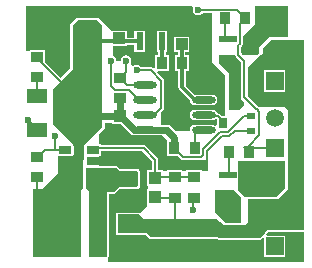
<source format=gtl>
%FSAX44Y44*%
%MOMM*%
G71*
G01*
G75*
G04 Layer_Physical_Order=1*
G04 Layer_Color=255*
%ADD10R,0.9000X1.0000*%
%ADD11R,1.5000X0.6000*%
%ADD12R,1.0000X0.9000*%
%ADD13R,1.1000X0.6500*%
%ADD14R,1.0000X1.0000*%
%ADD15R,1.0000X1.0000*%
%ADD16R,0.6000X1.5000*%
%ADD17R,1.5000X1.3000*%
G04:AMPARAMS|DCode=18|XSize=1.32mm|YSize=1.68mm|CornerRadius=0.066mm|HoleSize=0mm|Usage=FLASHONLY|Rotation=90.000|XOffset=0mm|YOffset=0mm|HoleType=Round|Shape=RoundedRectangle|*
%AMROUNDEDRECTD18*
21,1,1.3200,1.5480,0,0,90.0*
21,1,1.1880,1.6800,0,0,90.0*
1,1,0.1320,0.7740,0.5940*
1,1,0.1320,0.7740,-0.5940*
1,1,0.1320,-0.7740,-0.5940*
1,1,0.1320,-0.7740,0.5940*
%
%ADD18ROUNDEDRECTD18*%
%ADD19R,1.8000X1.3000*%
G04:AMPARAMS|DCode=20|XSize=1.6mm|YSize=5.7mm|CornerRadius=0.08mm|HoleSize=0mm|Usage=FLASHONLY|Rotation=0.000|XOffset=0mm|YOffset=0mm|HoleType=Round|Shape=RoundedRectangle|*
%AMROUNDEDRECTD20*
21,1,1.6000,5.5400,0,0,0.0*
21,1,1.4400,5.7000,0,0,0.0*
1,1,0.1600,0.7200,-2.7700*
1,1,0.1600,-0.7200,-2.7700*
1,1,0.1600,-0.7200,2.7700*
1,1,0.1600,0.7200,2.7700*
%
%ADD20ROUNDEDRECTD20*%
%ADD21O,2.0000X0.6000*%
%ADD22R,1.3000X1.5000*%
%ADD23R,0.7000X0.6000*%
%ADD24R,0.7000X0.9000*%
%ADD25C,0.2000*%
%ADD26C,1.0000*%
%ADD27C,0.8000*%
%ADD28C,0.3000*%
%ADD29C,0.6000*%
%ADD30C,1.5000*%
%ADD31R,1.5000X1.5000*%
%ADD32R,1.5000X1.5000*%
%ADD33C,0.6000*%
G36*
X01520076Y00552284D02*
Y00544244D01*
X01516126D01*
Y00531196D01*
X01517000D01*
Y00528244D01*
X01516126D01*
Y00515196D01*
X01516126D01*
X01516126Y00514126D01*
X01510099Y00508099D01*
X01509595Y00508436D01*
X01509000Y00508554D01*
X01491000D01*
X01490405Y00508436D01*
X01489901Y00508099D01*
X01489564Y00507595D01*
X01489446Y00507000D01*
Y00491000D01*
X01489564Y00490405D01*
X01489901Y00489901D01*
X01490405Y00489565D01*
X01491000Y00489446D01*
X01503799D01*
X01504000Y00489420D01*
X01514580D01*
X01515000Y00489000D01*
X01518000Y00486000D01*
X01575802D01*
X01575901Y00485901D01*
X01576405Y00485564D01*
X01577000Y00485446D01*
X01611000D01*
X01611595Y00485564D01*
X01612099Y00485901D01*
X01613568Y00487371D01*
X01614976Y00486787D01*
Y00470976D01*
X01633024D01*
Y00489024D01*
X01617213D01*
X01616629Y00490432D01*
X01618644Y00492446D01*
X01649000D01*
Y00467000D01*
X01483000D01*
Y00470811D01*
X01483389Y00471393D01*
X01483569Y00472300D01*
Y00524446D01*
X01488000D01*
X01488595Y00524564D01*
X01488847Y00524733D01*
X01489099Y00524901D01*
X01493031Y00528833D01*
X01507740D01*
X01508579Y00529000D01*
X01509000D01*
Y00529275D01*
X01509315Y00529485D01*
X01509797Y00530208D01*
X01509967Y00531060D01*
Y00542940D01*
X01509797Y00543792D01*
X01509315Y00544515D01*
X01509000Y00544725D01*
Y00545000D01*
X01508578D01*
X01507740Y00545167D01*
X01493031D01*
X01491099Y00547099D01*
X01490595Y00547436D01*
X01490000Y00547554D01*
X01475000D01*
Y00549000D01*
Y00556726D01*
X01477024D01*
Y00560426D01*
X01511934D01*
X01520076Y00552284D01*
D02*
G37*
G36*
X01633000Y00547000D02*
Y00529000D01*
X01626000Y00522000D01*
X01599000D01*
X01593000Y00528000D01*
Y00535000D01*
Y00552000D01*
X01633000D01*
Y00547000D01*
D02*
G37*
G36*
X01493000Y00543000D02*
X01493000D01*
Y00531000D01*
X01488000Y00526000D01*
X01467000D01*
X01464000Y00529000D01*
Y00546000D01*
X01490000D01*
X01493000Y00543000D01*
D02*
G37*
G36*
X01478000Y00667000D02*
Y00621000D01*
Y00581000D01*
X01467000Y00570000D01*
X01463274Y00566274D01*
X01462976D01*
Y00565976D01*
X01462000Y00565000D01*
Y00529000D01*
X01460000Y00527000D01*
Y00471000D01*
X01428000D01*
X01427000Y00472000D01*
Y00527000D01*
X01426000Y00528000D01*
X01440000Y00542000D01*
Y00556000D01*
X01452000D01*
X01452726Y00556726D01*
X01453024D01*
Y00557024D01*
X01454000Y00558000D01*
Y00565000D01*
X01453024Y00565976D01*
Y00566274D01*
X01452726D01*
X01436000Y00583000D01*
Y00613000D01*
X01449000Y00626000D01*
X01453000Y00630000D01*
Y00638000D01*
Y00667000D01*
X01457917Y00671917D01*
X01473083D01*
X01478000Y00667000D01*
D02*
G37*
G36*
X01649000Y00494000D02*
X01618000D01*
X01617545Y00493545D01*
X01615531Y00491531D01*
X01611108Y00487108D01*
X01610988Y00487028D01*
X01610847Y00487000D01*
X01577153D01*
X01577012Y00487028D01*
X01576892Y00487108D01*
X01576000Y00488000D01*
X01519000D01*
X01516000Y00491000D01*
X01491153D01*
X01491025Y00491025D01*
X01491000Y00491153D01*
Y00506847D01*
X01491025Y00506975D01*
X01491153Y00507000D01*
X01508847D01*
X01508988Y00506972D01*
X01509108Y00506892D01*
X01513000Y00503000D01*
X01575000D01*
X01580000Y00498000D01*
X01599000D01*
X01601000Y00500000D01*
Y00520000D01*
X01627000D01*
X01635000Y00528000D01*
Y00595000D01*
X01632000Y00598000D01*
X01610131D01*
X01609736Y00598264D01*
X01601000Y00607000D01*
Y00631000D01*
X01611656Y00641656D01*
X01612174D01*
Y00642174D01*
X01614000Y00644000D01*
Y00648000D01*
X01621000Y00655000D01*
X01649000D01*
Y00494000D01*
D02*
G37*
G36*
X01595000Y00522000D02*
Y00500000D01*
X01582000D01*
X01573000Y00509000D01*
Y00528000D01*
X01589000D01*
X01595000Y00522000D01*
D02*
G37*
G36*
X01590748Y00641150D02*
X01591306Y00640315D01*
X01595427Y00636195D01*
Y00606000D01*
X01595622Y00605015D01*
X01596180Y00604180D01*
X01598000Y00602361D01*
Y00599000D01*
X01594000Y00595000D01*
X01585000D01*
Y00627000D01*
X01577000Y00635000D01*
Y00642000D01*
X01590579D01*
X01590748Y00641150D01*
D02*
G37*
G36*
X01635000Y00657000D02*
X01619000D01*
Y00657000D01*
X01611000Y00649000D01*
Y00644000D01*
X01609000Y00642000D01*
X01596900D01*
X01596000Y00642900D01*
Y00649824D01*
X01596552Y00650650D01*
X01596747Y00651635D01*
Y00657747D01*
X01607000Y00668000D01*
Y00683000D01*
X01635000D01*
Y00657000D01*
D02*
G37*
G36*
X01486476Y00583476D02*
X01493399D01*
X01501716Y00575158D01*
X01501716D01*
X01501716Y00575158D01*
X01501716D01*
X01501716Y00575158D01*
Y00575158D01*
X01501716Y00575158D01*
Y00575158D01*
X01502094Y00574906D01*
X01503000Y00574000D01*
X01504010D01*
X01504978Y00573807D01*
X01528193D01*
X01532976Y00569024D01*
Y00556476D01*
X01533000D01*
Y00556000D01*
X01542000D01*
X01545000Y00553000D01*
X01546034D01*
X01546524Y00552902D01*
X01561545D01*
X01562036Y00553000D01*
X01566495D01*
X01566548Y00552947D01*
X01567000Y00552495D01*
Y00544000D01*
X01562194D01*
Y00544244D01*
X01549146D01*
Y00544000D01*
X01545684D01*
Y00544244D01*
X01532636D01*
Y00544000D01*
X01529174D01*
Y00544244D01*
X01525223D01*
Y00553350D01*
X01525027Y00554335D01*
X01524470Y00555170D01*
X01514820Y00564820D01*
X01513985Y00565378D01*
X01513000Y00565573D01*
X01477024D01*
Y00566274D01*
X01475000D01*
Y00575000D01*
X01480000Y00580000D01*
Y00584000D01*
X01486476D01*
Y00583476D01*
D02*
G37*
G36*
X01554738Y00681765D02*
X01554387Y00680000D01*
X01554738Y00678235D01*
X01555738Y00676738D01*
X01557235Y00675739D01*
X01559000Y00675387D01*
X01560765Y00675739D01*
X01562262Y00676738D01*
X01562971Y00677801D01*
X01571000D01*
Y00636000D01*
X01582000Y00625000D01*
Y00590024D01*
X01579615D01*
X01577844Y00591796D01*
X01577009Y00592354D01*
X01576024Y00592549D01*
X01575008D01*
X01574942Y00592885D01*
X01573942Y00594382D01*
X01572445Y00595382D01*
X01570680Y00595733D01*
X01556680D01*
X01554915Y00595382D01*
X01553418Y00594382D01*
X01552419Y00592885D01*
X01552067Y00591120D01*
X01552419Y00589355D01*
X01553418Y00587858D01*
X01554915Y00586858D01*
X01556680Y00586507D01*
X01570680D01*
X01572445Y00586858D01*
X01573259Y00587402D01*
X01574958D01*
X01574976Y00587385D01*
Y00582607D01*
X01573632Y00581889D01*
X01572445Y00582682D01*
X01570680Y00583033D01*
X01556680D01*
X01554915Y00582682D01*
X01553418Y00581682D01*
X01552419Y00580185D01*
X01552067Y00578420D01*
X01551723Y00578000D01*
X01539523D01*
X01535842Y00581682D01*
X01534345Y00582682D01*
X01532580Y00583033D01*
X01528000D01*
Y00593361D01*
X01529820Y00595180D01*
X01530378Y00596015D01*
X01530573Y00597000D01*
Y00620000D01*
X01530378Y00620985D01*
X01529820Y00621820D01*
X01524571Y00627068D01*
X01525155Y00628476D01*
X01534524D01*
Y00641524D01*
X01531583D01*
Y00644476D01*
X01533024D01*
Y00662524D01*
X01523976D01*
Y00644476D01*
X01525417D01*
Y00641524D01*
X01522476D01*
Y00631155D01*
X01521068Y00630571D01*
X01520820Y00630820D01*
X01519985Y00631378D01*
X01519000Y00631573D01*
X01510721D01*
X01510262Y00632262D01*
X01508765Y00633261D01*
X01507000Y00633613D01*
X01505235Y00633261D01*
X01503738Y00632262D01*
X01501662Y00634338D01*
X01502262Y00635235D01*
X01502613Y00637000D01*
X01502262Y00638765D01*
X01501262Y00640262D01*
X01499765Y00641262D01*
X01498000Y00641613D01*
X01496235Y00641262D01*
X01494738Y00640262D01*
X01493739Y00638765D01*
X01493387Y00637000D01*
X01489613D01*
X01489261Y00638765D01*
X01488262Y00640262D01*
X01487000Y00641105D01*
Y00649476D01*
X01498524D01*
Y00650417D01*
X01504976D01*
Y00644476D01*
X01514024D01*
Y00662524D01*
X01504976D01*
Y00656583D01*
X01498524D01*
Y00662524D01*
X01485476D01*
X01474000Y00674000D01*
X01457000D01*
X01451000Y00668000D01*
Y00631000D01*
X01442820Y00622820D01*
X01429524Y00636115D01*
Y00646524D01*
X01416476D01*
Y00645000D01*
X01413000D01*
Y00683000D01*
X01554079D01*
X01554738Y00681765D01*
D02*
G37*
%LPC*%
G36*
X01633024Y00629024D02*
X01614976D01*
Y00610976D01*
X01633024D01*
Y00629024D01*
D02*
G37*
G36*
X01551524Y00657524D02*
X01538476D01*
Y00644476D01*
X01541917D01*
Y00641524D01*
X01539476D01*
Y00628476D01*
X01542417D01*
Y00614500D01*
X01542417Y00614500D01*
X01542651Y00613320D01*
X01543320Y00612320D01*
X01552129Y00603511D01*
X01552419Y00602055D01*
X01553418Y00600558D01*
X01554915Y00599558D01*
X01556680Y00599207D01*
X01570680D01*
X01572445Y00599558D01*
X01573942Y00600558D01*
X01574942Y00602055D01*
X01575293Y00603820D01*
X01574942Y00605585D01*
X01573942Y00607082D01*
X01572445Y00608082D01*
X01570680Y00608433D01*
X01556680D01*
X01556053Y00608308D01*
X01548583Y00615777D01*
Y00628476D01*
X01551524D01*
Y00641524D01*
X01548083D01*
Y00644476D01*
X01551524D01*
Y00657524D01*
D02*
G37*
%LPD*%
D10*
X01601930Y00560200D02*
D03*
X01584930D02*
D03*
X01599150Y00672850D02*
D03*
X01582150D02*
D03*
X01545500Y00635000D02*
D03*
X01528500D02*
D03*
X01556000Y00563000D02*
D03*
X01539000D02*
D03*
D11*
X01602930Y00530990D02*
D03*
X01583930Y00521490D02*
D03*
Y00540490D02*
D03*
X01603150Y00646180D02*
D03*
X01584150Y00636680D02*
D03*
Y00655680D02*
D03*
D12*
X01423000Y00538500D02*
D03*
Y00555500D02*
D03*
X01555670Y00521220D02*
D03*
Y00538220D02*
D03*
X01539160Y00538220D02*
D03*
Y00521220D02*
D03*
X01493000Y00622500D02*
D03*
Y00605500D02*
D03*
X01423000Y00623500D02*
D03*
Y00640500D02*
D03*
D13*
X01470000Y00542500D02*
D03*
Y00552000D02*
D03*
Y00561500D02*
D03*
X01446000D02*
D03*
Y00542500D02*
D03*
D14*
X01522650Y00521720D02*
D03*
Y00537720D02*
D03*
X01492000Y00656000D02*
D03*
Y00672000D02*
D03*
X01545000Y00651000D02*
D03*
Y00667000D02*
D03*
X01571000Y00496000D02*
D03*
Y00480000D02*
D03*
X01493000Y00590000D02*
D03*
Y00574000D02*
D03*
D15*
X01606000Y00620000D02*
D03*
X01590000D02*
D03*
X01606000Y00505000D02*
D03*
X01590000D02*
D03*
D16*
X01519000Y00672500D02*
D03*
X01528500Y00653500D02*
D03*
X01509500D02*
D03*
D17*
X01551000Y00496500D02*
D03*
Y00479500D02*
D03*
X01528000Y00496500D02*
D03*
Y00479500D02*
D03*
D18*
X01500000Y00537000D02*
D03*
Y00500000D02*
D03*
D19*
X01423000Y00607500D02*
D03*
Y00578500D02*
D03*
D20*
X01427000Y00500000D02*
D03*
X01474000D02*
D03*
D21*
X01563680Y00578420D02*
D03*
Y00591120D02*
D03*
Y00603820D02*
D03*
Y00616520D02*
D03*
X01513680Y00578420D02*
D03*
Y00591120D02*
D03*
Y00603820D02*
D03*
Y00616520D02*
D03*
D22*
X01459500Y00638000D02*
D03*
X01442500D02*
D03*
D23*
X01604000Y00577500D02*
D03*
Y00590500D02*
D03*
D24*
X01580000Y00584000D02*
D03*
D25*
X01513680Y00591120D02*
X01522120D01*
X01528000Y00597000D01*
X01556000Y00563000D02*
Y00578000D01*
X01523150Y00521220D02*
X01539160D01*
Y00496160D02*
Y00521220D01*
X01522650Y00537720D02*
Y00553350D01*
X01513000Y00563000D02*
X01522650Y00553350D01*
X01471500Y00563000D02*
X01513000D01*
X01523150Y00538220D02*
X01555670D01*
X01498980Y00616520D02*
X01513680D01*
X01493000Y00622500D02*
X01498980Y00616520D01*
X01582150Y00657680D02*
Y00672850D01*
X01584930Y00541490D02*
Y00560200D01*
X01604730Y00563000D02*
X01624000D01*
X01598000Y00564130D02*
X01601930Y00560200D01*
X01593126Y00642134D02*
X01598000Y00637261D01*
X01593126Y00642134D02*
Y00650586D01*
X01594174Y00651635D01*
Y00667874D01*
X01599150Y00672850D01*
X01591626Y00680374D02*
X01599150Y00672850D01*
X01559374Y00680374D02*
X01591626D01*
X01559000Y00680000D02*
X01559374Y00680374D01*
X01498000Y00627500D02*
Y00637000D01*
X01493000Y00622500D02*
X01498000Y00627500D01*
X01509228Y00603820D02*
X01513680D01*
X01500524Y00612524D02*
X01509228Y00603820D01*
X01488476Y00612524D02*
X01500524D01*
X01485000Y00616000D02*
X01488476Y00612524D01*
X01485000Y00616000D02*
Y00637000D01*
X01555000Y00511000D02*
Y00520550D01*
X01563680Y00591120D02*
X01564824Y00589976D01*
X01423000Y00607500D02*
Y00623500D01*
Y00639000D02*
Y00640500D01*
Y00639000D02*
X01445000Y00617000D01*
X01415000Y00586500D02*
X01423000Y00578500D01*
X01507000Y00629000D02*
X01519000D01*
X01564824Y00589976D02*
X01576024D01*
X01598000Y00606000D02*
Y00637261D01*
X01539000Y00563000D02*
X01546524Y00555476D01*
X01601930Y00560200D02*
X01604548Y00562818D01*
X01576024Y00589976D02*
X01580000Y00586000D01*
X01601930Y00560200D02*
Y00564930D01*
X01611000Y00574000D01*
X01607976Y00596024D02*
X01608546D01*
X01611000Y00574000D02*
Y00593569D01*
X01608546Y00596024D02*
X01611000Y00593569D01*
X01598000Y00606000D02*
X01607976Y00596024D01*
X01598069Y00590500D02*
X01604000D01*
X01561545Y00555476D02*
X01563024Y00556954D01*
X01546524Y00555476D02*
X01561545D01*
X01590053Y00577500D02*
X01604000D01*
X01562997Y00549396D02*
X01566548Y00552947D01*
X01562997Y00548999D02*
Y00549396D01*
X01566548Y00552947D02*
Y00560548D01*
X01579000Y00573000D01*
X01585553D01*
X01590053Y00577500D01*
X01584093Y00576524D02*
X01598069Y00590500D01*
X01563024Y00556954D02*
Y00562008D01*
X01577540Y00576524D01*
X01584093D01*
X01528000Y00597000D02*
Y00620000D01*
X01519000Y00629000D02*
X01528000Y00620000D01*
X01438000Y00561500D02*
Y00573000D01*
Y00561500D02*
X01446000D01*
X01429000D02*
X01438000D01*
X01423000Y00555500D02*
X01429000Y00561500D01*
X01423000Y00504000D02*
Y00538500D01*
D26*
X01439000Y00664000D02*
X01442500Y00660500D01*
Y00638000D02*
Y00660500D01*
X01459500Y00659100D02*
X01464400Y00664000D01*
X01459500Y00638000D02*
Y00659100D01*
X01458000Y00636500D02*
X01459500Y00638000D01*
X01458000Y00567476D02*
Y00636500D01*
X01606000Y00627400D02*
X01624000Y00645400D01*
X01606000Y00620000D02*
Y00627400D01*
X01606400Y00505400D02*
X01624000D01*
X01603120Y00530800D02*
X01624000D01*
X01603150Y00649950D02*
X01624000Y00670800D01*
X01603150Y00648000D02*
Y00649950D01*
X01590000Y00620000D02*
Y00630830D01*
X01584150Y00636680D02*
X01590000Y00630830D01*
Y00505000D02*
Y00515420D01*
X01583930Y00521490D02*
X01590000Y00515420D01*
X01571000Y00496000D02*
X01575000D01*
X01578000Y00493000D01*
X01601000D01*
X01606400Y00498400D01*
Y00505400D01*
X01500000Y00500000D02*
X01504000Y00496000D01*
X01474000Y00500000D02*
Y00537000D01*
X01470000Y00541000D02*
X01474000Y00537000D01*
X01474000Y00537000D02*
X01500000D01*
X01504000Y00496000D02*
X01571000D01*
X01482000Y00573000D02*
X01492000D01*
X01579000Y00510000D02*
X01584000Y00505000D01*
X01590000D01*
X01590000Y00609000D02*
Y00620000D01*
X01624000Y00505400D02*
X01643000Y00524400D01*
Y00626400D01*
X01624000Y00645400D02*
X01643000Y00626400D01*
X01571000Y00480000D02*
X01585000D01*
X01511000D02*
X01571000D01*
D27*
X01458000Y00554500D02*
Y00567476D01*
X01446000Y00542500D02*
X01458000Y00554500D01*
X01427000Y00523500D02*
X01446000Y00542500D01*
D28*
X01464400Y00664000D02*
X01474900Y00653500D01*
X01509500D01*
X01519000Y00672500D02*
X01539500D01*
X01545000Y00667000D01*
X01528500Y00635000D02*
Y00653500D01*
X01545000Y00635500D02*
Y00651000D01*
X01439000Y00664000D02*
X01450000Y00675000D01*
X01516500D01*
X01519000Y00672500D01*
X01545000Y00665277D02*
Y00667000D01*
X01536976Y00657253D02*
X01545000Y00665277D01*
X01536976Y00644723D02*
Y00657253D01*
Y00644723D02*
X01537000Y00644699D01*
Y00609996D02*
X01549997Y00596999D01*
X01537000Y00609996D02*
Y00644699D01*
X01545000Y00667000D02*
X01555000Y00657000D01*
Y00618000D02*
Y00657000D01*
X01545500Y00614500D02*
Y00635000D01*
Y00614500D02*
X01556180Y00603820D01*
X01563680D01*
D29*
X01513680Y00578420D02*
X01532580D01*
X01493000Y00590000D02*
X01493398D01*
X01504978Y00578420D01*
X01513680D01*
X01493000Y00590000D02*
Y00605500D01*
X01459000Y00590000D02*
X01493000D01*
X01470000Y00552000D02*
X01480000D01*
X01481000Y00551000D01*
X01532580Y00578420D02*
X01539000Y00572000D01*
Y00563000D02*
Y00572000D01*
X01563680Y00616520D02*
Y00624680D01*
Y00631680D01*
D30*
X01624000Y00670800D02*
D03*
Y00645400D02*
D03*
Y00588400D02*
D03*
Y00530800D02*
D03*
Y00505400D02*
D03*
X01464400Y00664000D02*
D03*
D31*
X01624000Y00620000D02*
D03*
Y00563000D02*
D03*
Y00480000D02*
D03*
D32*
X01439000Y00664000D02*
D03*
D33*
X01482000Y00573000D02*
D03*
X01481000Y00551000D02*
D03*
X01491000D02*
D03*
X01501000D02*
D03*
X01511000D02*
D03*
X01486000Y00556000D02*
D03*
X01496000D02*
D03*
X01506000D02*
D03*
X01579000Y00510000D02*
D03*
X01511000Y00480000D02*
D03*
X01501000D02*
D03*
X01491000D02*
D03*
X01496000Y00475000D02*
D03*
X01506000D02*
D03*
Y00485000D02*
D03*
X01496000D02*
D03*
X01590000Y00607000D02*
D03*
X01559000Y00680000D02*
D03*
X01498000Y00637000D02*
D03*
X01485000D02*
D03*
X01585000Y00480000D02*
D03*
X01595000D02*
D03*
X01605000D02*
D03*
X01600000Y00475000D02*
D03*
X01590000D02*
D03*
X01580000D02*
D03*
X01555000Y00511000D02*
D03*
X01415000Y00586500D02*
D03*
X01507000Y00629000D02*
D03*
X01549997Y00596999D02*
D03*
X01585000Y00505000D02*
D03*
X01590000Y00614000D02*
D03*
X01562997Y00548999D02*
D03*
X01438000Y00573000D02*
D03*
X01563680Y00624680D02*
D03*
X01564000Y00632000D02*
D03*
X01590000Y00600000D02*
D03*
X01586000Y00513000D02*
D03*
X01505000Y00570000D02*
D03*
X01517000D02*
D03*
X01529000Y00559000D02*
D03*
X01509000Y00524000D02*
D03*
Y00514000D02*
D03*
X01494000Y00524000D02*
D03*
Y00514000D02*
D03*
X01488000Y00472000D02*
D03*
X01514000D02*
D03*
X01443000Y00629000D02*
D03*
X01447000Y00651000D02*
D03*
X01431000D02*
D03*
X01427000Y00663000D02*
D03*
M02*

</source>
